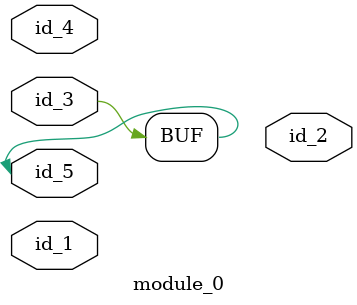
<source format=v>
module module_0 (
    id_1,
    id_2,
    id_3,
    id_4,
    id_5
);
  inout id_5;
  input id_4;
  inout id_3;
  output id_2;
  input id_1;
  assign id_3 = id_5;
endmodule

</source>
